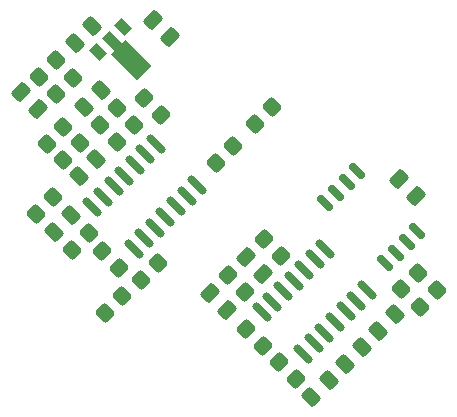
<source format=gbp>
G04 #@! TF.GenerationSoftware,KiCad,Pcbnew,(7.0.0)*
G04 #@! TF.CreationDate,2023-04-23T00:30:47-06:00*
G04 #@! TF.ProjectId,Fonocardiograma_V3B,466f6e6f-6361-4726-9469-6f6772616d61,rev?*
G04 #@! TF.SameCoordinates,Original*
G04 #@! TF.FileFunction,Paste,Bot*
G04 #@! TF.FilePolarity,Positive*
%FSLAX46Y46*%
G04 Gerber Fmt 4.6, Leading zero omitted, Abs format (unit mm)*
G04 Created by KiCad (PCBNEW (7.0.0)) date 2023-04-23 00:30:47*
%MOMM*%
%LPD*%
G01*
G04 APERTURE LIST*
G04 Aperture macros list*
%AMRoundRect*
0 Rectangle with rounded corners*
0 $1 Rounding radius*
0 $2 $3 $4 $5 $6 $7 $8 $9 X,Y pos of 4 corners*
0 Add a 4 corners polygon primitive as box body*
4,1,4,$2,$3,$4,$5,$6,$7,$8,$9,$2,$3,0*
0 Add four circle primitives for the rounded corners*
1,1,$1+$1,$2,$3*
1,1,$1+$1,$4,$5*
1,1,$1+$1,$6,$7*
1,1,$1+$1,$8,$9*
0 Add four rect primitives between the rounded corners*
20,1,$1+$1,$2,$3,$4,$5,0*
20,1,$1+$1,$4,$5,$6,$7,0*
20,1,$1+$1,$6,$7,$8,$9,0*
20,1,$1+$1,$8,$9,$2,$3,0*%
%AMRotRect*
0 Rectangle, with rotation*
0 The origin of the aperture is its center*
0 $1 length*
0 $2 width*
0 $3 Rotation angle, in degrees counterclockwise*
0 Add horizontal line*
21,1,$1,$2,0,0,$3*%
%AMFreePoly0*
4,1,9,3.862500,-0.866500,0.737500,-0.866500,0.737500,-0.450000,-0.737500,-0.450000,-0.737500,0.450000,0.737500,0.450000,0.737500,0.866500,3.862500,0.866500,3.862500,-0.866500,3.862500,-0.866500,$1*%
G04 Aperture macros list end*
%ADD10RoundRect,0.250000X-0.070711X0.565685X-0.565685X0.070711X0.070711X-0.565685X0.565685X-0.070711X0*%
%ADD11RoundRect,0.150000X-0.689429X0.477297X0.477297X-0.689429X0.689429X-0.477297X-0.477297X0.689429X0*%
%ADD12RoundRect,0.250000X0.574524X0.097227X0.097227X0.574524X-0.574524X-0.097227X-0.097227X-0.574524X0*%
%ADD13RoundRect,0.250000X-0.565685X-0.070711X-0.070711X-0.565685X0.565685X0.070711X0.070711X0.565685X0*%
%ADD14RoundRect,0.250000X0.097227X-0.574524X0.574524X-0.097227X-0.097227X0.574524X-0.574524X0.097227X0*%
%ADD15RoundRect,0.150000X0.565685X-0.353553X-0.353553X0.565685X-0.565685X0.353553X0.353553X-0.565685X0*%
%ADD16RoundRect,0.250000X-0.097227X0.574524X-0.574524X0.097227X0.097227X-0.574524X0.574524X-0.097227X0*%
%ADD17RoundRect,0.250000X0.565685X0.070711X0.070711X0.565685X-0.565685X-0.070711X-0.070711X-0.565685X0*%
%ADD18RoundRect,0.250000X0.070711X-0.565685X0.565685X-0.070711X-0.070711X0.565685X-0.565685X0.070711X0*%
%ADD19RoundRect,0.250000X-0.574524X-0.097227X-0.097227X-0.574524X0.574524X0.097227X0.097227X0.574524X0*%
%ADD20RotRect,1.300000X0.900000X315.000000*%
%ADD21FreePoly0,315.000000*%
G04 APERTURE END LIST*
D10*
X84671321Y-59690000D03*
X83257107Y-61104214D03*
D11*
X87123668Y-66475988D03*
X88021693Y-65577962D03*
X88919719Y-64679936D03*
X89817745Y-63781911D03*
X90715770Y-62883885D03*
X91613796Y-61985859D03*
X92511822Y-61087834D03*
X96012000Y-64588012D03*
X95113975Y-65486038D03*
X94215949Y-66384064D03*
X93317923Y-67282089D03*
X92419898Y-68180115D03*
X91521872Y-69078141D03*
X90623846Y-69976166D03*
D12*
X82521623Y-58137623D03*
X81054377Y-56670377D03*
D13*
X91494893Y-57204893D03*
X92909107Y-58619107D03*
D14*
X86007377Y-63852623D03*
X87474623Y-62385377D03*
D10*
X116277107Y-73460893D03*
X114862893Y-74875107D03*
D12*
X93697623Y-52041623D03*
X92230377Y-50574377D03*
X114525623Y-65503623D03*
X113058377Y-64036377D03*
D10*
X114698214Y-71991786D03*
X113284000Y-73406000D03*
D15*
X114636623Y-68508546D03*
X113738597Y-69406572D03*
X112840572Y-70304597D03*
X111942546Y-71202623D03*
X106851377Y-66111454D03*
X107749403Y-65213428D03*
X108647428Y-64315403D03*
X109545454Y-63417377D03*
D13*
X98606893Y-72190893D03*
X100021107Y-73605107D03*
D12*
X98523623Y-75155623D03*
X97056377Y-73688377D03*
D16*
X87855623Y-56543377D03*
X86388377Y-58010623D03*
D14*
X85626377Y-52549623D03*
X87093623Y-51082377D03*
D17*
X89353107Y-71573107D03*
X87938893Y-70158893D03*
D11*
X101473834Y-75365988D03*
X102371859Y-74467962D03*
X103269885Y-73569936D03*
X104167911Y-72671911D03*
X105065936Y-71773885D03*
X105963962Y-70875859D03*
X106861988Y-69977834D03*
X110362166Y-73478012D03*
X109464141Y-74376038D03*
X108566115Y-75274064D03*
X107668089Y-76172089D03*
X106770064Y-77070115D03*
X105872038Y-77968141D03*
X104974012Y-78866166D03*
D10*
X99005107Y-61268893D03*
X97590893Y-62683107D03*
D18*
X85398893Y-70049107D03*
X86813107Y-68634893D03*
X88192893Y-75383107D03*
X89607107Y-73968893D03*
X84636893Y-62429107D03*
X86051107Y-61014893D03*
D10*
X102307107Y-57966893D03*
X100892893Y-59381107D03*
D17*
X103069107Y-70557107D03*
X101654893Y-69142893D03*
D10*
X89226107Y-58093893D03*
X87811893Y-59508107D03*
D13*
X100130893Y-76762893D03*
X101545107Y-78177107D03*
D18*
X89208893Y-60905107D03*
X90623107Y-59490893D03*
D10*
X92655107Y-71174893D03*
X91240893Y-72589107D03*
D19*
X100104377Y-70640377D03*
X101571623Y-72107623D03*
D20*
X87629999Y-53339999D03*
D21*
X88752532Y-52341212D03*
D20*
X89751319Y-51218679D03*
D14*
X83848377Y-68551623D03*
X85315623Y-67084377D03*
D10*
X85488214Y-55481786D03*
X84074000Y-56896000D03*
D13*
X102924893Y-79556893D03*
X104339107Y-80971107D03*
D14*
X105664000Y-82550000D03*
X107131246Y-81082754D03*
D10*
X83765107Y-65586893D03*
X82350893Y-67001107D03*
D18*
X82604893Y-55444107D03*
X84019107Y-54029893D03*
D16*
X112747623Y-75466377D03*
X111280377Y-76933623D03*
X109953623Y-78260377D03*
X108486377Y-79727623D03*
M02*

</source>
